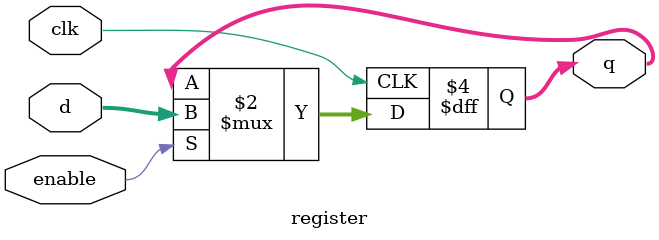
<source format=v>
module register #(parameter WIDTH = 32) (
    output reg [WIDTH-1:0] q,      // Output: the current value stored in the register
    input wire [WIDTH-1:0] d,      // Input: data to be stored in the register
    input wire clk,                // Input: clock signal for synchronizing the data capture
    input wire enable              // Input: enable signal to control when the data is captured
);

    always @(posedge clk) begin
        // On each rising edge of the clock
        if (enable)                 // If enable signal is high
            q <= d;                // Update the register value with the input data
    end

endmodule
</source>
